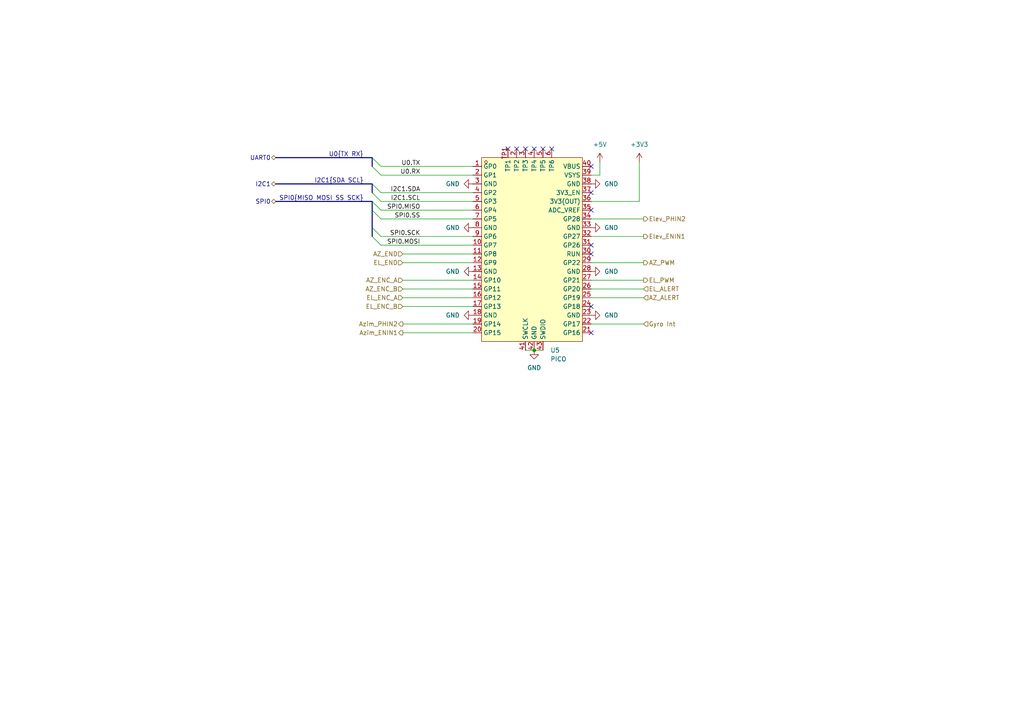
<source format=kicad_sch>
(kicad_sch (version 20250114) (generator "eeschema") (generator_version "9.0")
  (paper "A4")
  (lib_symbols
    (symbol "easyeda2kicad:PICO"
      (property "Reference" "U" (at 0 34.29 0))
      (property "Value" "PICO" (at 0 -34.29 0))
      (symbol "PICO_0_1"
        (rectangle (start -15.24 26.67) (end 13.97 -26.67) (fill (type background)))
        (circle (center -13.97 25.4) (radius 0.38))
        (pin unspecified line (at -17.78 24.13 0) (length 2.54) (name "GP0") (number "1"))
        (pin unspecified line (at -17.78 21.59 0) (length 2.54) (name "GP1") (number "2"))
        (pin unspecified line (at -17.78 19.05 0) (length 2.54) (name "GND") (number "3"))
        (pin unspecified line (at -17.78 16.51 0) (length 2.54) (name "GP2") (number "4"))
        (pin unspecified line (at -17.78 13.97 0) (length 2.54) (name "GP3") (number "5"))
        (pin unspecified line (at -17.78 11.43 0) (length 2.54) (name "GP4") (number "6"))
        (pin unspecified line (at -17.78 8.89 0) (length 2.54) (name "GP5") (number "7"))
        (pin unspecified line (at -17.78 6.35 0) (length 2.54) (name "GND") (number "8"))
        (pin unspecified line (at -17.78 3.81 0) (length 2.54) (name "GP6") (number "9"))
        (pin unspecified line (at -17.78 1.27 0) (length 2.54) (name "GP7") (number "10"))
        (pin unspecified line (at -17.78 -1.27 0) (length 2.54) (name "GP8") (number "11"))
        (pin unspecified line (at -17.78 -3.81 0) (length 2.54) (name "GP9") (number "12"))
        (pin unspecified line (at -17.78 -6.35 0) (length 2.54) (name "GND") (number "13"))
        (pin unspecified line (at -17.78 -8.89 0) (length 2.54) (name "GP10") (number "14"))
        (pin unspecified line (at -17.78 -11.43 0) (length 2.54) (name "GP11") (number "15"))
        (pin unspecified line (at -17.78 -13.97 0) (length 2.54) (name "GP12") (number "16"))
        (pin unspecified line (at -17.78 -16.51 0) (length 2.54) (name "GP13") (number "17"))
        (pin unspecified line (at -17.78 -19.05 0) (length 2.54) (name "GND") (number "18"))
        (pin unspecified line (at -17.78 -21.59 0) (length 2.54) (name "GP14") (number "19"))
        (pin unspecified line (at -17.78 -24.13 0) (length 2.54) (name "GP15") (number "20"))
        (pin unspecified line (at -7.62 29.21 270) (length 2.54) (name "TP1") (number "TP1"))
        (pin unspecified line (at -5.08 29.21 270) (length 2.54) (name "TP2") (number "2"))
        (pin unspecified line (at -2.54 29.21 270) (length 2.54) (name "TP3") (number "3"))
        (pin unspecified line (at -2.54 -29.21 90) (length 2.54) (name "SWCLK") (number "41"))
        (pin unspecified line (at 0 29.21 270) (length 2.54) (name "TP4") (number "4"))
        (pin unspecified line (at 0 -29.21 90) (length 2.54) (name "GND") (number "42"))
        (pin unspecified line (at 2.54 29.21 270) (length 2.54) (name "TP5") (number "5"))
        (pin unspecified line (at 2.54 -29.21 90) (length 2.54) (name "SWDIO") (number "43"))
        (pin unspecified line (at 5.08 29.21 270) (length 2.54) (name "TP6") (number "6"))
        (pin unspecified line (at 16.51 24.13 180) (length 2.54) (name "VBUS") (number "40"))
        (pin unspecified line (at 16.51 21.59 180) (length 2.54) (name "VSYS") (number "39"))
        (pin unspecified line (at 16.51 19.05 180) (length 2.54) (name "GND") (number "38"))
        (pin unspecified line (at 16.51 16.51 180) (length 2.54) (name "3V3_EN") (number "37"))
        (pin unspecified line (at 16.51 13.97 180) (length 2.54) (name "3V3(OUT)") (number "36"))
        (pin unspecified line (at 16.51 11.43 180) (length 2.54) (name "ADC_VREF") (number "35"))
        (pin unspecified line (at 16.51 8.89 180) (length 2.54) (name "GP28") (number "34"))
        (pin unspecified line (at 16.51 6.35 180) (length 2.54) (name "GND") (number "33"))
        (pin unspecified line (at 16.51 3.81 180) (length 2.54) (name "GP27") (number "32"))
        (pin unspecified line (at 16.51 1.27 180) (length 2.54) (name "GP26") (number "31"))
        (pin unspecified line (at 16.51 -1.27 180) (length 2.54) (name "RUN") (number "30"))
        (pin unspecified line (at 16.51 -3.81 180) (length 2.54) (name "GP22") (number "29"))
        (pin unspecified line (at 16.51 -6.35 180) (length 2.54) (name "GND") (number "28"))
        (pin unspecified line (at 16.51 -8.89 180) (length 2.54) (name "GP21") (number "27"))
        (pin unspecified line (at 16.51 -11.43 180) (length 2.54) (name "GP20") (number "26"))
        (pin unspecified line (at 16.51 -13.97 180) (length 2.54) (name "GP19") (number "25"))
        (pin unspecified line (at 16.51 -16.51 180) (length 2.54) (name "GP18") (number "24"))
        (pin unspecified line (at 16.51 -19.05 180) (length 2.54) (name "GND") (number "23"))
        (pin unspecified line (at 16.51 -21.59 180) (length 2.54) (name "GP17") (number "22"))
        (pin unspecified line (at 16.51 -24.13 180) (length 2.54) (name "GP16") (number "21"))
      )
    )
    (symbol "power:+3V3" (power) (pin_numbers (hide yes)) (pin_names (offset 0) (hide yes))
      (property "Value" "+3V3" (at 0 3.556 0))
      (symbol "+3V3_0_1"
        (polyline (pts (xy -0.762 1.27) (xy 0 2.54)))
        (polyline (pts (xy 0 2.54) (xy 0.762 1.27)))
        (polyline (pts (xy 0 0) (xy 0 2.54)))
      )
      (symbol "+3V3_1_1"
        (pin power_in line (at 0 0 90) (length 0) (name "~") (number "1"))
      )
    )
    (symbol "power:+5V" (power) (pin_numbers (hide yes)) (pin_names (offset 0) (hide yes))
      (property "Value" "+5V" (at 0 3.556 0))
      (symbol "+5V_0_1"
        (polyline (pts (xy -0.762 1.27) (xy 0 2.54)))
        (polyline (pts (xy 0 2.54) (xy 0.762 1.27)))
        (polyline (pts (xy 0 0) (xy 0 2.54)))
      )
      (symbol "+5V_1_1"
        (pin power_in line (at 0 0 90) (length 0) (name "~") (number "1"))
      )
    )
    (symbol "power:GND" (power) (pin_numbers (hide yes)) (pin_names (offset 0) (hide yes))
      (property "Value" "GND" (at 0 -3.81 0))
      (symbol "GND_0_1"
        (polyline (pts (xy 0 0) (xy 0 -1.27) (xy 1.27 -1.27) (xy 0 -2.54) (xy -1.27 -1.27) (xy 0 -1.27)))
      )
      (symbol "GND_1_1"
        (pin power_in line (at 0 0 270) (length 0) (name "~") (number "1"))
      )
    )
  )
  (junction (at 154.94 101.6))
  (no_connect (at 160.02 43.18))
  (no_connect (at 171.45 71.12))
  (no_connect (at 152.4 43.18))
  (no_connect (at 157.48 43.18))
  (no_connect (at 147.32 43.18))
  (no_connect (at 171.45 55.88))
  (no_connect (at 154.94 43.18))
  (no_connect (at 171.45 88.9))
  (no_connect (at 171.45 60.96))
  (no_connect (at 171.45 96.52))
  (no_connect (at 171.45 73.66))
  (no_connect (at 171.45 48.26))
  (no_connect (at 149.86 43.18))
  (bus_entry (at 110.49 50.8) (size -2.54 -2.54))
  (bus_entry (at 110.49 68.58) (size -2.54 -2.54))
  (bus_entry (at 110.49 58.42) (size -2.54 -2.54))
  (bus_entry (at 110.49 63.5) (size -2.54 -2.54))
  (bus_entry (at 110.49 55.88) (size -2.54 -2.54))
  (bus_entry (at 110.49 48.26) (size -2.54 -2.54))
  (bus_entry (at 110.49 71.12) (size -2.54 -2.54))
  (bus_entry (at 110.49 60.96) (size -2.54 -2.54))
  (wire (pts (xy 110.49 63.5) (xy 137.16 63.5)))
  (wire (pts (xy 116.84 86.36) (xy 137.16 86.36)))
  (bus (pts (xy 107.95 48.26) (xy 107.95 45.72)))
  (bus (pts (xy 107.95 45.72) (xy 80.01 45.72)))
  (wire (pts (xy 171.45 63.5) (xy 186.69 63.5)))
  (wire (pts (xy 116.84 73.66) (xy 137.16 73.66)))
  (wire (pts (xy 171.45 86.36) (xy 186.69 86.36)))
  (bus (pts (xy 107.95 55.88) (xy 107.95 53.34)))
  (wire (pts (xy 171.45 76.2) (xy 186.69 76.2)))
  (wire (pts (xy 110.49 58.42) (xy 137.16 58.42)))
  (wire (pts (xy 116.84 96.52) (xy 137.16 96.52)))
  (wire (pts (xy 110.49 60.96) (xy 137.16 60.96)))
  (wire (pts (xy 110.49 48.26) (xy 137.16 48.26)))
  (bus (pts (xy 107.95 68.58) (xy 107.95 66.04)))
  (wire (pts (xy 110.49 55.88) (xy 137.16 55.88)))
  (wire (pts (xy 110.49 50.8) (xy 137.16 50.8)))
  (wire (pts (xy 171.45 83.82) (xy 186.69 83.82)))
  (wire (pts (xy 116.84 88.9) (xy 137.16 88.9)))
  (wire (pts (xy 185.42 46.99) (xy 185.42 58.42)))
  (wire (pts (xy 152.4 101.6) (xy 154.94 101.6)))
  (wire (pts (xy 116.84 93.98) (xy 137.16 93.98)))
  (wire (pts (xy 116.84 83.82) (xy 137.16 83.82)))
  (wire (pts (xy 116.84 81.28) (xy 137.16 81.28)))
  (wire (pts (xy 171.45 58.42) (xy 185.42 58.42)))
  (wire (pts (xy 171.45 81.28) (xy 186.69 81.28)))
  (wire (pts (xy 171.45 93.98) (xy 186.69 93.98)))
  (wire (pts (xy 116.84 76.2) (xy 137.16 76.2)))
  (wire (pts (xy 171.45 68.58) (xy 186.69 68.58)))
  (wire (pts (xy 110.49 68.58) (xy 137.16 68.58)))
  (wire (pts (xy 110.49 71.12) (xy 137.16 71.12)))
  (bus (pts (xy 107.95 66.04) (xy 107.95 60.96)))
  (wire (pts (xy 173.99 46.99) (xy 173.99 50.8)))
  (wire (pts (xy 154.94 101.6) (xy 157.48 101.6)))
  (bus (pts (xy 107.95 58.42) (xy 80.01 58.42)))
  (bus (pts (xy 107.95 53.34) (xy 80.01 53.34)))
  (wire (pts (xy 171.45 50.8) (xy 173.99 50.8)))
  (bus (pts (xy 107.95 60.96) (xy 107.95 58.42)))
  (label "I2C1.SDA" (at 121.92 55.88 180))
  (label "SPI0.MISO" (at 121.92 60.96 180))
  (label "I2C1{SDA SCL}" (at 105.41 53.34 180))
  (label "U0.RX" (at 121.92 50.8 180))
  (label "SPI0.SS" (at 121.92 63.5 180))
  (label "U0.TX" (at 121.92 48.26 180))
  (label "I2C1.SCL" (at 121.92 58.42 180))
  (label "SPI0.MOSI" (at 121.92 71.12 180))
  (label "U0{TX RX}" (at 105.41 45.72 180))
  (label "SPI0.SCK" (at 121.92 68.58 180))
  (label "SPI0{MISO MOSI SS SCK}" (at 105.41 58.42 180))
  (hierarchical_label "Elev_ENIN1" (shape output) (at 186.69 68.58 0))
  (hierarchical_label "EL_ENC_A" (shape input) (at 116.84 86.36 180))
  (hierarchical_label "SPI0" (shape bidirectional) (at 80.01 58.42 180))
  (hierarchical_label "AZ_ENC_A" (shape input) (at 116.84 81.28 180))
  (hierarchical_label "Azim_PHIN2" (shape output) (at 116.84 93.98 180))
  (hierarchical_label "Azim_ENIN1" (shape output) (at 116.84 96.52 180))
  (hierarchical_label "EL_ALERT" (shape input) (at 186.69 83.82 0))
  (hierarchical_label "AZ_ENC_B" (shape input) (at 116.84 83.82 180))
  (hierarchical_label "Gyro Int" (shape input) (at 186.69 93.98 0))
  (hierarchical_label "I2C1" (shape bidirectional) (at 80.01 53.34 180))
  (hierarchical_label "UART0" (shape bidirectional) (at 80.01 45.72 180))
  (hierarchical_label "Elev_PHIN2" (shape output) (at 186.69 63.5 0))
  (hierarchical_label "EL_END" (shape input) (at 116.84 76.2 180))
  (hierarchical_label "AZ_PWM" (shape output) (at 186.69 76.2 0))
  (hierarchical_label "EL_PWM" (shape output) (at 186.69 81.28 0))
  (hierarchical_label "AZ_END" (shape input) (at 116.84 73.66 180))
  (hierarchical_label "EL_ENC_B" (shape input) (at 116.84 88.9 180))
  (hierarchical_label "AZ_ALERT" (shape input) (at 186.69 86.36 0))
  (symbol (lib_id "power:+5V") (at 173.99 46.99 0) (unit 1)
    (property "Reference" "#PWR044" (effects (hide yes)))
    (property "Value" "+5V" (at 173.99 41.91 0))
    (property "Description" "Power symbol creates a global label with name \"+5V\"" (effects (hide yes)))
  )
  (symbol (lib_id "power:GND") (at 171.45 91.44 90) (unit 1)
    (property "Reference" "#PWR053" (effects (hide yes)))
    (property "Value" "GND" (at 175.26 91.4399 90) (effects (justify right)))
    (property "Description" "Power symbol creates a global label with name \"GND\" , ground" (effects (hide yes)))
  )
  (symbol (lib_id "easyeda2kicad:PICO") (at 154.94 72.39 0) (unit 1)
    (property "Reference" "U5" (at 159.6233 101.6 0) (effects (justify left)))
    (property "Value" "PICO" (at 159.6233 104.14 0) (effects (justify left)))
    (property "Footprint" "easyeda2kicad:COMM-SMD_L51.0-W21.0-P2.54_SC0916" (effects (hide yes)))
    (property "LCSC Part" "C7203002" (effects (hide yes)))
  )
  (symbol (lib_id "power:GND") (at 137.16 91.44 270) (unit 1)
    (property "Reference" "#PWR052" (effects (hide yes)))
    (property "Value" "GND" (at 133.35 91.4399 90) (effects (justify right)))
    (property "Description" "Power symbol creates a global label with name \"GND\" , ground" (effects (hide yes)))
  )
  (symbol (lib_id "power:GND") (at 171.45 66.04 90) (unit 1)
    (property "Reference" "#PWR049" (effects (hide yes)))
    (property "Value" "GND" (at 175.26 66.0399 90) (effects (justify right)))
    (property "Description" "Power symbol creates a global label with name \"GND\" , ground" (effects (hide yes)))
  )
  (symbol (lib_id "power:+3V3") (at 185.42 46.99 0) (unit 1)
    (property "Reference" "#PWR045" (effects (hide yes)))
    (property "Value" "+3V3" (at 185.42 41.91 0))
    (property "Description" "Power symbol creates a global label with name \"+3V3\"" (effects (hide yes)))
  )
  (symbol (lib_id "power:GND") (at 137.16 78.74 270) (unit 1)
    (property "Reference" "#PWR051" (effects (hide yes)))
    (property "Value" "GND" (at 133.35 78.7399 90) (effects (justify right)))
    (property "Description" "Power symbol creates a global label with name \"GND\" , ground" (effects (hide yes)))
  )
  (symbol (lib_id "power:GND") (at 171.45 53.34 90) (unit 1)
    (property "Reference" "#PWR047" (effects (hide yes)))
    (property "Value" "GND" (at 175.26 53.3399 90) (effects (justify right)))
    (property "Description" "Power symbol creates a global label with name \"GND\" , ground" (effects (hide yes)))
  )
  (symbol (lib_id "power:GND") (at 137.16 53.34 270) (unit 1)
    (property "Reference" "#PWR055" (effects (hide yes)))
    (property "Value" "GND" (at 133.35 53.3399 90) (effects (justify right)))
    (property "Description" "Power symbol creates a global label with name \"GND\" , ground" (effects (hide yes)))
  )
  (symbol (lib_id "power:GND") (at 171.45 78.74 90) (unit 1)
    (property "Reference" "#PWR054" (effects (hide yes)))
    (property "Value" "GND" (at 175.26 78.7399 90) (effects (justify right)))
    (property "Description" "Power symbol creates a global label with name \"GND\" , ground" (effects (hide yes)))
  )
  (symbol (lib_id "power:GND") (at 154.94 101.6 0) (unit 1)
    (property "Reference" "#PWR046" (effects (hide yes)))
    (property "Value" "GND" (at 154.94 106.68 0))
    (property "Description" "Power symbol creates a global label with name \"GND\" , ground" (effects (hide yes)))
  )
  (symbol (lib_id "power:GND") (at 137.16 66.04 270) (unit 1)
    (property "Reference" "#PWR050" (effects (hide yes)))
    (property "Value" "GND" (at 133.35 66.0399 90) (effects (justify right)))
    (property "Description" "Power symbol creates a global label with name \"GND\" , ground" (effects (hide yes)))
  )
)
</source>
